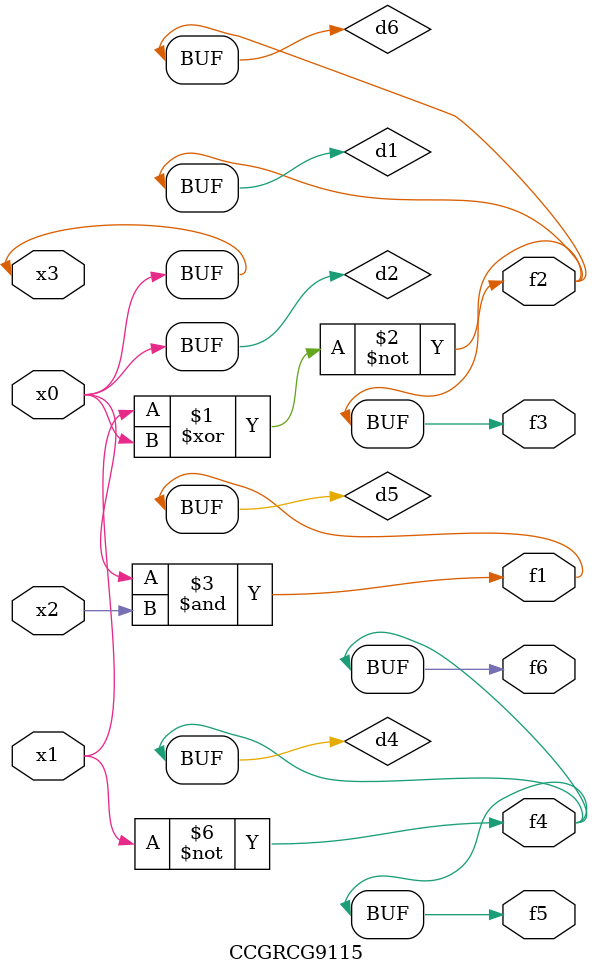
<source format=v>
module CCGRCG9115(
	input x0, x1, x2, x3,
	output f1, f2, f3, f4, f5, f6
);

	wire d1, d2, d3, d4, d5, d6;

	xnor (d1, x1, x3);
	buf (d2, x0, x3);
	nand (d3, x0, x2);
	not (d4, x1);
	nand (d5, d3);
	or (d6, d1);
	assign f1 = d5;
	assign f2 = d6;
	assign f3 = d6;
	assign f4 = d4;
	assign f5 = d4;
	assign f6 = d4;
endmodule

</source>
